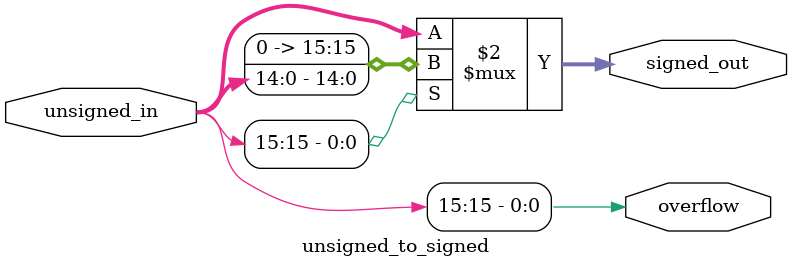
<source format=sv>
module unsigned_to_signed #(parameter WIDTH=16)(
    input wire [WIDTH-1:0] unsigned_in,
    output reg [WIDTH-1:0] signed_out,
    output reg overflow
);
    always @* begin
        overflow = unsigned_in[WIDTH-1];
        signed_out = unsigned_in[WIDTH-1] ? {1'b0, unsigned_in[WIDTH-2:0]} : unsigned_in;
    end
endmodule
</source>
